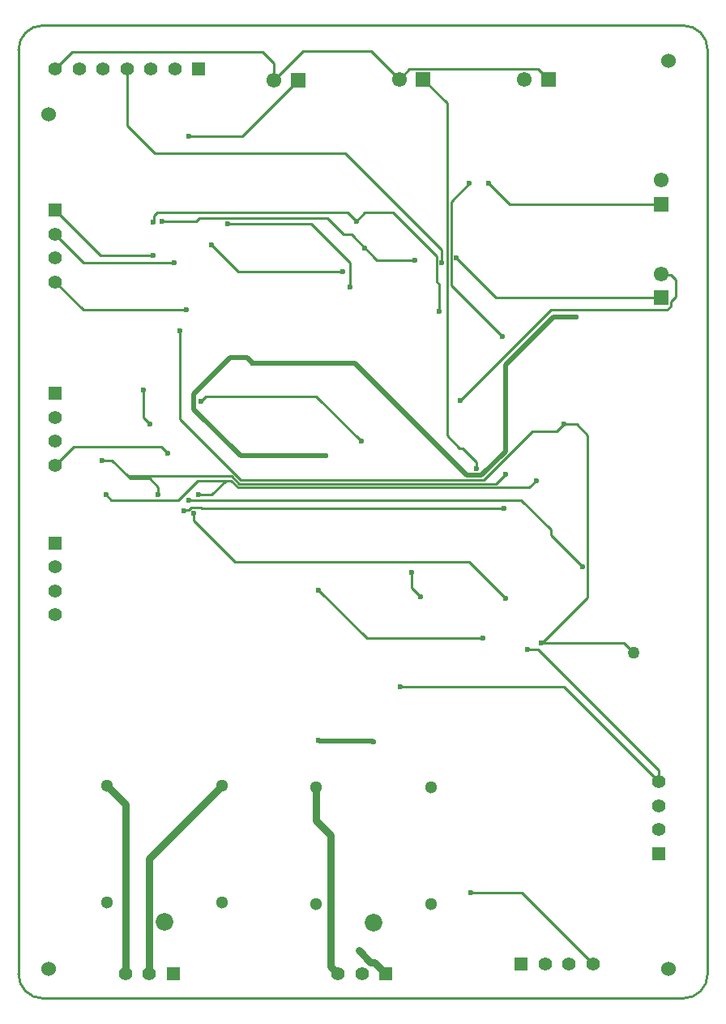
<source format=gbl>
G04*
G04 #@! TF.GenerationSoftware,Altium Limited,Altium Designer,22.1.2 (22)*
G04*
G04 Layer_Physical_Order=2*
G04 Layer_Color=16711680*
%FSLAX25Y25*%
%MOIN*%
G70*
G04*
G04 #@! TF.SameCoordinates,9BB02E8B-A7E0-4FF3-B7F6-0A232C0EF0B8*
G04*
G04*
G04 #@! TF.FilePolarity,Positive*
G04*
G01*
G75*
%ADD14C,0.01000*%
%ADD81R,0.06102X0.06102*%
%ADD82C,0.06102*%
%ADD83R,0.05512X0.05512*%
%ADD84C,0.05512*%
%ADD87R,0.05512X0.05512*%
%ADD88R,0.06102X0.06102*%
%ADD91C,0.03000*%
%ADD92C,0.02000*%
%ADD94C,0.06000*%
%ADD95C,0.05118*%
%ADD96C,0.07244*%
%ADD97C,0.02362*%
%ADD98C,0.05000*%
D14*
X157500Y448500D02*
X236000D01*
X146157Y459843D02*
Y483224D01*
Y459843D02*
X157500Y448500D01*
X123406Y490000D02*
X202000D01*
X116630Y483224D02*
X123406Y490000D01*
X202000D02*
X206657Y485343D01*
Y478500D02*
Y485343D01*
X287681Y144500D02*
X308398D01*
X263200Y269800D02*
Y276187D01*
Y269800D02*
X267000Y266000D01*
X368371Y384000D02*
X369984Y385613D01*
X320400Y384000D02*
X368371D01*
X369984Y387484D02*
X372000Y389500D01*
X369984Y385613D02*
Y387484D01*
X372000Y389500D02*
Y396500D01*
X283200Y346800D02*
X320400Y384000D01*
X369898Y398602D02*
X372000Y396500D01*
X365933Y398921D02*
X366253Y398602D01*
X369898D01*
X175500Y308000D02*
X181000D01*
X175358Y313900D02*
X186900D01*
X188857D01*
X181000Y308000D02*
X186900Y313900D01*
X171700Y305819D02*
X308381D01*
X320420Y293780D01*
X176635Y302681D02*
X176816Y302500D01*
X171676Y301761D02*
X172597Y302681D01*
X169761Y301761D02*
X171676D01*
X173500Y297400D02*
X190400Y280500D01*
X172597Y302681D02*
X176635D01*
X173500Y297400D02*
Y300500D01*
X169500Y301500D02*
X169761Y301761D01*
X176816Y302500D02*
X301300D01*
X160100Y327900D02*
X163000Y325000D01*
X124231Y327900D02*
X160100D01*
X236000Y448500D02*
X275619Y408881D01*
X273438Y395647D02*
Y406262D01*
X274647Y383453D02*
Y394437D01*
X275619Y403500D02*
Y408881D01*
X255700Y424000D02*
X273438Y406262D01*
Y395647D02*
X274647Y394437D01*
X244000Y424000D02*
X255700D01*
X267961Y478933D02*
X277800Y469094D01*
X279500Y428500D02*
X287000Y436000D01*
X277800Y332400D02*
X282967Y327233D01*
X279500Y394100D02*
X300600Y373000D01*
X277800Y332400D02*
Y469094D01*
X281700Y405400D02*
X298021Y389079D01*
X279500Y394100D02*
Y428500D01*
X238000Y393500D02*
Y403500D01*
X222000Y419500D02*
X238000Y403500D01*
X116567Y395500D02*
X128067Y384000D01*
X170500D01*
X294973Y436027D02*
X303421Y427579D01*
X365933D01*
X158428Y424000D02*
X237000D01*
X240500Y420500D01*
X244000Y424000D01*
X249000Y404500D02*
X264500D01*
X235319Y415013D02*
X238488D01*
X249000Y404500D01*
X228650Y421681D02*
X235319Y415013D01*
X157109Y422681D02*
X158428Y424000D01*
X175727Y421681D02*
X228650D01*
X313000Y334000D02*
X323000D01*
X326000Y337000D01*
X331300D02*
X335681Y332619D01*
X326000Y337000D02*
X331300D01*
X335681Y265881D02*
Y332619D01*
X320420Y291580D02*
Y293780D01*
X316800Y247000D02*
X335681Y265881D01*
X320420Y291580D02*
X333500Y278500D01*
X293000Y314000D02*
X313000Y334000D01*
X192379Y312500D02*
X298000D01*
X302000Y316500D01*
X157000Y420000D02*
X157109Y420109D01*
Y422681D01*
X174546Y420500D02*
X175727Y421681D01*
X160500Y420500D02*
X174546D01*
X187500Y419500D02*
X222000D01*
X116567Y425028D02*
X135095Y406500D01*
X157000D01*
X139681Y305819D02*
X167277D01*
X155500Y314700D02*
X159000Y311200D01*
Y308000D02*
Y311200D01*
X137400Y308100D02*
X139681Y305819D01*
X167277D02*
X175358Y313900D01*
X147500Y314700D02*
X155500D01*
X135761Y322261D02*
X139939D01*
X146481Y315719D01*
X152800Y339700D02*
X155500Y337000D01*
X152800Y339700D02*
Y351017D01*
X225000Y207000D02*
X225250Y206750D01*
X247250D02*
X247500Y206500D01*
X224937Y268800D02*
X244737Y249000D01*
X292500D01*
X316500Y247000D02*
X316800D01*
X315200Y244500D02*
X365000Y194700D01*
X311000Y244500D02*
X315200D01*
X365000Y190000D02*
Y194700D01*
X316800Y247000D02*
X350500D01*
X354500Y243000D01*
X308398Y144500D02*
X337764Y115134D01*
X258500Y229000D02*
X326000D01*
X365000Y190000D01*
X176500Y346500D02*
X178600Y348600D01*
X224000D01*
X242400Y330200D01*
X284267Y327233D02*
X290000Y321500D01*
Y318681D02*
Y321500D01*
X188857Y313900D02*
X191757Y311000D01*
X193000Y314000D02*
X293000D01*
X311500Y311000D02*
X314394Y313894D01*
X167800Y339200D02*
X193000Y314000D01*
X189160Y315719D02*
X192379Y312500D01*
X191757Y311000D02*
X311500D01*
X146481Y315719D02*
X189160D01*
X282967Y327233D02*
X284267D01*
X146481Y315719D02*
X147500Y314700D01*
X116567Y415185D02*
X128252Y403500D01*
X165523D01*
X193500Y455500D02*
X216500Y478500D01*
X171700Y455500D02*
X193500D01*
X167800Y339200D02*
Y375330D01*
X116567Y320236D02*
X124231Y327900D01*
X286900Y280500D02*
X302000Y265400D01*
X190400Y280500D02*
X286900D01*
X298021Y389079D02*
X365933D01*
X181016Y410700D02*
X191916Y399800D01*
X234800D01*
X206657Y478500D02*
X218557Y490400D01*
X246651D01*
X258118Y478933D01*
X262185Y483000D01*
X315354D01*
X319421Y478933D01*
X385000Y491000D02*
G03*
X375000Y501000I-10000J0D01*
G01*
Y101000D02*
G03*
X385000Y111000I0J10000D01*
G01*
X111500Y501000D02*
G03*
X101500Y491000I0J-10000D01*
G01*
Y111000D02*
G03*
X111500Y101000I10000J0D01*
G01*
X375000D01*
X111500Y501000D02*
X375000D01*
X385000Y111000D02*
Y491000D01*
X101500Y111000D02*
Y491000D01*
D81*
X365933Y427579D02*
D03*
Y389079D02*
D03*
D82*
Y437421D02*
D03*
Y398921D02*
D03*
X206657Y478500D02*
D03*
X258118Y478933D02*
D03*
X309579D02*
D03*
D83*
X252715Y111197D02*
D03*
X165149Y111197D02*
D03*
X175685Y483224D02*
D03*
X308236Y115134D02*
D03*
D84*
X242872Y111197D02*
D03*
X233030D02*
D03*
X155307Y111197D02*
D03*
X145464D02*
D03*
X165843Y483224D02*
D03*
X156000D02*
D03*
X146157D02*
D03*
X136315D02*
D03*
X126472D02*
D03*
X116630D02*
D03*
X116567Y320236D02*
D03*
Y330079D02*
D03*
Y339921D02*
D03*
X365000Y170315D02*
D03*
Y180157D02*
D03*
Y190000D02*
D03*
X318079Y115134D02*
D03*
X327921D02*
D03*
X337764D02*
D03*
X116567Y278421D02*
D03*
Y268579D02*
D03*
Y258736D02*
D03*
Y415185D02*
D03*
Y405343D02*
D03*
Y395500D02*
D03*
D87*
Y349764D02*
D03*
X365000Y160472D02*
D03*
X116567Y288264D02*
D03*
Y425028D02*
D03*
D88*
X216500Y478500D02*
D03*
X267961Y478933D02*
D03*
X319421D02*
D03*
D91*
X247999Y115913D02*
X252715Y111197D01*
X246380Y115913D02*
X247999D01*
X241430Y120863D02*
X246380Y115913D01*
X230000Y114227D02*
X233030Y111197D01*
X223878Y174122D02*
X230000Y168000D01*
Y114227D02*
Y168000D01*
X155307Y158591D02*
X185764Y189047D01*
X155307Y111197D02*
Y158591D01*
X223878Y174122D02*
Y187906D01*
X137878Y188406D02*
X145464Y180819D01*
Y111197D02*
Y180819D01*
D92*
X198000Y362000D02*
X240000D01*
X197902D02*
X198000D01*
X321400Y381000D02*
X331000D01*
X301800Y361400D02*
X321400Y381000D01*
X188600Y364500D02*
X195402D01*
X197902Y362000D01*
X240000D02*
X286000Y316000D01*
X173700Y349600D02*
X188600Y364500D01*
X225250Y206750D02*
X247250D01*
X173700Y343300D02*
Y349600D01*
Y343300D02*
X193000Y324000D01*
X228000D01*
X286000Y316000D02*
X292000D01*
X301800Y325800D01*
Y361400D01*
D94*
X114000Y464500D02*
D03*
Y113000D02*
D03*
X369000D02*
D03*
Y486500D02*
D03*
D95*
X185122Y188406D02*
D03*
X137878D02*
D03*
X185122Y140374D02*
D03*
X137878D02*
D03*
X271122Y187906D02*
D03*
X223878D02*
D03*
X271122Y139874D02*
D03*
X223878D02*
D03*
D96*
X161500Y132500D02*
D03*
X247500Y132000D02*
D03*
D97*
X241430Y120863D02*
D03*
X287681Y144500D02*
D03*
X267000Y266000D02*
D03*
X331000Y381000D02*
D03*
X175500Y308000D02*
D03*
X171700Y305819D02*
D03*
X173500Y300500D02*
D03*
X169500Y301500D02*
D03*
X163000Y325000D02*
D03*
X275619Y403500D02*
D03*
X281700Y405400D02*
D03*
X238000Y393500D02*
D03*
X198000Y362000D02*
D03*
X170500Y384000D02*
D03*
X294973Y436027D02*
D03*
X287000Y436000D02*
D03*
X240500Y420500D02*
D03*
X244000Y409500D02*
D03*
X264500Y404500D02*
D03*
X326000Y337000D02*
D03*
X333500Y278500D02*
D03*
X302000Y316500D02*
D03*
X157000Y420000D02*
D03*
X160500Y420500D02*
D03*
X187500Y419500D02*
D03*
X157000Y406500D02*
D03*
X159000Y308000D02*
D03*
X135761Y322261D02*
D03*
X155500Y337000D02*
D03*
X225000Y207000D02*
D03*
X247500Y206500D02*
D03*
X292500Y249000D02*
D03*
X316500Y247000D02*
D03*
X263200Y276187D02*
D03*
X258500Y229000D02*
D03*
X224937Y268800D02*
D03*
X176500Y346500D02*
D03*
X228000Y324000D02*
D03*
X290000Y318681D02*
D03*
X165523Y403500D02*
D03*
X274647Y383453D02*
D03*
X137400Y308100D02*
D03*
X171700Y455500D02*
D03*
X311000Y244500D02*
D03*
X283200Y346800D02*
D03*
X167800Y375330D02*
D03*
X302000Y265400D02*
D03*
X301300Y302500D02*
D03*
X181016Y410700D02*
D03*
X234800Y399800D02*
D03*
X300600Y373000D02*
D03*
X152800Y351017D02*
D03*
X242400Y330200D02*
D03*
X314394Y313894D02*
D03*
D98*
X354500Y243000D02*
D03*
M02*

</source>
